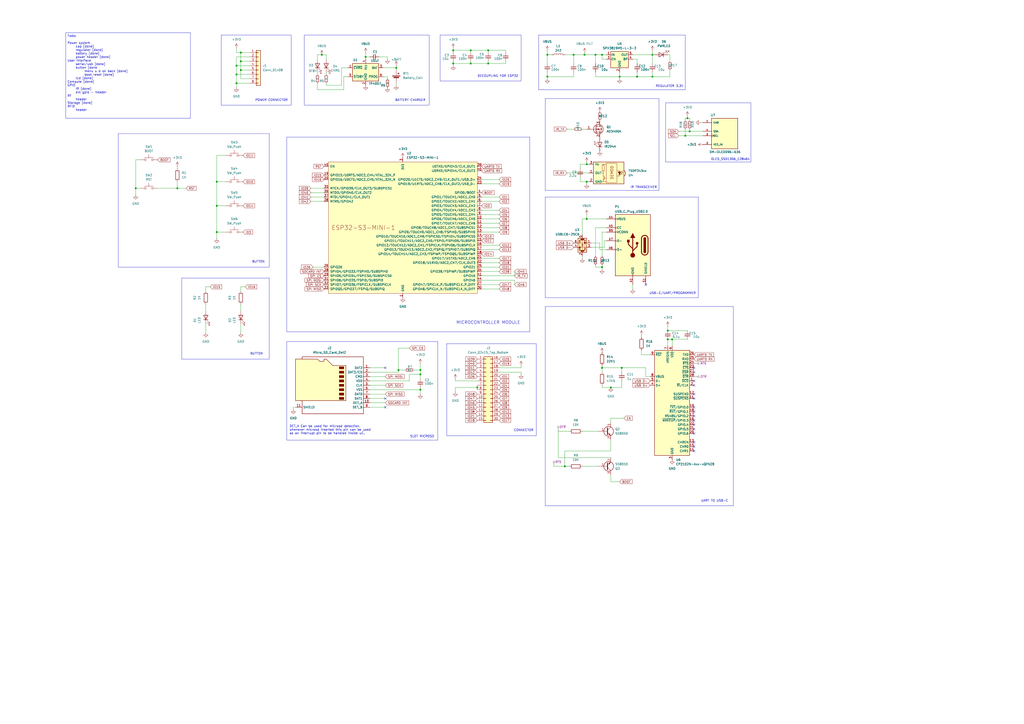
<source format=kicad_sch>
(kicad_sch (version 20231120) (generator "eeschema") (generator_version "8.0")
  (paper "A2")
  (junction (at 332.74 31.75))
  (junction (at 137.16 38.1))
  (junction (at 387.35 191.77))
  (junction (at 273.05 29.21))
  (junction (at 137.16 48.26))
  (junction (at 125.73 105.41))
  (junction (at 340.36 127))
  (junction (at 276.86 224.79))
  (junction (at 340.36 95.25))
  (junction (at 125.73 134.62))
  (junction (at 243.84 214.63))
  (junction (at 378.46 31.75))
  (junction (at 360.68 213.36))
  (junction (at 317.5 44.45))
  (junction (at 229.87 39.37))
  (junction (at 102.87 109.22))
  (junction (at 349.25 213.36))
  (junction (at 139.7 40.64))
  (junction (at 349.25 154.94))
  (junction (at 354.33 224.79))
  (junction (at 327.66 270.51))
  (junction (at 349.25 31.75))
  (junction (at 340.36 105.41))
  (junction (at 231.14 214.63))
  (junction (at 186.69 31.75))
  (junction (at 359.41 44.45))
  (junction (at 283.21 29.21))
  (junction (at 137.16 43.18))
  (junction (at 397.51 78.74))
  (junction (at 78.74 109.22))
  (junction (at 243.84 226.06))
  (junction (at 273.05 36.83))
  (junction (at 262.89 36.83))
  (junction (at 389.89 196.85))
  (junction (at 398.78 68.58))
  (junction (at 262.89 29.21))
  (junction (at 139.7 30.48))
  (junction (at 378.46 44.45))
  (junction (at 243.84 217.17))
  (junction (at 369.57 44.45))
  (junction (at 125.73 119.38))
  (junction (at 212.09 33.02))
  (junction (at 139.7 35.56))
  (junction (at 345.44 31.75))
  (junction (at 283.21 36.83))
  (junction (at 387.35 196.85))
  (junction (at 339.09 31.75))
  (junction (at 317.5 31.75))
  (junction (at 400.05 76.2))
  (no_connect (at 374.65 165.1))
  (no_connect (at 402.59 251.46))
  (no_connect (at 402.59 246.38))
  (no_connect (at 402.59 220.98))
  (no_connect (at 223.52 213.36))
  (no_connect (at 223.52 231.14))
  (no_connect (at 402.59 231.14))
  (no_connect (at 402.59 243.84))
  (no_connect (at 402.59 261.62))
  (no_connect (at 402.59 223.52))
  (no_connect (at 402.59 256.54))
  (no_connect (at 402.59 241.3))
  (no_connect (at 402.59 213.36))
  (no_connect (at 402.59 238.76))
  (no_connect (at 402.59 236.22))
  (no_connect (at 402.59 215.9))
  (no_connect (at 402.59 228.6))
  (no_connect (at 223.52 236.22))
  (no_connect (at 402.59 259.08))
  (no_connect (at 402.59 248.92))
  (wire (pts (xy 137.16 50.8) (xy 137.16 48.26)))
  (wire (pts (xy 387.35 196.85) (xy 389.89 196.85)))
  (wire (pts (xy 264.16 220.98) (xy 276.86 220.98)))
  (wire (pts (xy 347.98 140.97) (xy 347.98 144.78)))
  (wire (pts (xy 102.87 105.41) (xy 102.87 109.22)))
  (wire (pts (xy 361.95 242.57) (xy 354.33 242.57)))
  (wire (pts (xy 387.35 31.75) (xy 388.62 31.75)))
  (wire (pts (xy 393.7 76.2) (xy 400.05 76.2)))
  (wire (pts (xy 289.56 114.3) (xy 279.4 114.3)))
  (wire (pts (xy 347.98 144.78) (xy 351.79 144.78)))
  (wire (pts (xy 369.57 44.45) (xy 378.46 44.45)))
  (wire (pts (xy 224.79 33.02) (xy 224.79 34.29)))
  (wire (pts (xy 289.56 165.1) (xy 279.4 165.1)))
  (wire (pts (xy 289.56 149.86) (xy 279.4 149.86)))
  (wire (pts (xy 387.35 191.77) (xy 398.78 191.77)))
  (wire (pts (xy 378.46 41.91) (xy 378.46 44.45)))
  (wire (pts (xy 337.82 127) (xy 340.36 127)))
  (wire (pts (xy 349.25 212.09) (xy 349.25 213.36)))
  (wire (pts (xy 184.15 48.26) (xy 184.15 52.07)))
  (wire (pts (xy 351.79 132.08) (xy 345.44 132.08)))
  (wire (pts (xy 144.78 35.56) (xy 139.7 35.56)))
  (wire (pts (xy 337.82 250.19) (xy 346.71 250.19)))
  (wire (pts (xy 289.56 157.48) (xy 279.4 157.48)))
  (wire (pts (xy 332.74 31.75) (xy 339.09 31.75)))
  (wire (pts (xy 349.25 215.9) (xy 349.25 213.36)))
  (wire (pts (xy 137.16 48.26) (xy 144.78 48.26)))
  (wire (pts (xy 144.78 45.72) (xy 139.7 45.72)))
  (wire (pts (xy 289.56 215.9) (xy 302.26 215.9)))
  (wire (pts (xy 130.81 134.62) (xy 125.73 134.62)))
  (wire (pts (xy 387.35 189.23) (xy 387.35 191.77)))
  (wire (pts (xy 91.44 109.22) (xy 102.87 109.22)))
  (wire (pts (xy 78.74 92.71) (xy 78.74 109.22)))
  (wire (pts (xy 119.38 193.04) (xy 119.38 187.96)))
  (wire (pts (xy 359.41 41.91) (xy 359.41 44.45)))
  (wire (pts (xy 378.46 31.75) (xy 378.46 36.83)))
  (wire (pts (xy 264.16 227.33) (xy 264.16 224.79)))
  (wire (pts (xy 327.66 270.51) (xy 330.2 270.51)))
  (wire (pts (xy 180.34 114.3) (xy 187.96 114.3)))
  (wire (pts (xy 388.62 44.45) (xy 378.46 44.45)))
  (wire (pts (xy 393.7 78.74) (xy 397.51 78.74)))
  (wire (pts (xy 125.73 134.62) (xy 125.73 138.43)))
  (wire (pts (xy 283.21 36.83) (xy 293.37 36.83)))
  (wire (pts (xy 198.12 49.53) (xy 198.12 39.37)))
  (wire (pts (xy 377.19 218.44) (xy 374.65 218.44)))
  (wire (pts (xy 340.36 105.41) (xy 340.36 106.68)))
  (wire (pts (xy 367.03 34.29) (xy 369.57 34.29)))
  (wire (pts (xy 298.45 160.02) (xy 279.4 160.02)))
  (wire (pts (xy 289.56 129.54) (xy 279.4 129.54)))
  (wire (pts (xy 336.55 97.79) (xy 336.55 95.25)))
  (wire (pts (xy 184.15 52.07) (xy 199.39 52.07)))
  (wire (pts (xy 328.93 100.33) (xy 341.63 100.33)))
  (wire (pts (xy 317.5 44.45) (xy 317.5 45.72)))
  (wire (pts (xy 289.56 124.46) (xy 279.4 124.46)))
  (wire (pts (xy 222.25 39.37) (xy 229.87 39.37)))
  (wire (pts (xy 184.15 41.91) (xy 184.15 43.18)))
  (wire (pts (xy 144.78 40.64) (xy 139.7 40.64)))
  (wire (pts (xy 137.16 38.1) (xy 144.78 38.1)))
  (wire (pts (xy 223.52 233.68) (xy 214.63 233.68)))
  (wire (pts (xy 345.44 31.75) (xy 349.25 31.75)))
  (wire (pts (xy 262.89 36.83) (xy 262.89 38.1)))
  (wire (pts (xy 262.89 35.56) (xy 262.89 36.83)))
  (wire (pts (xy 389.89 200.66) (xy 389.89 196.85)))
  (wire (pts (xy 231.14 201.93) (xy 231.14 214.63)))
  (wire (pts (xy 332.74 41.91) (xy 332.74 44.45)))
  (wire (pts (xy 243.84 214.63) (xy 243.84 217.17)))
  (wire (pts (xy 398.78 67.31) (xy 398.78 68.58)))
  (wire (pts (xy 349.25 134.62) (xy 351.79 134.62)))
  (wire (pts (xy 345.44 132.08) (xy 345.44 148.59)))
  (wire (pts (xy 125.73 119.38) (xy 125.73 134.62)))
  (wire (pts (xy 372.11 205.74) (xy 377.19 205.74)))
  (wire (pts (xy 289.56 142.24) (xy 279.4 142.24)))
  (wire (pts (xy 350.52 143.51) (xy 350.52 139.7)))
  (wire (pts (xy 264.16 224.79) (xy 276.86 224.79)))
  (wire (pts (xy 214.63 215.9) (xy 231.14 215.9)))
  (wire (pts (xy 351.79 34.29) (xy 349.25 34.29)))
  (wire (pts (xy 262.89 29.21) (xy 262.89 30.48)))
  (wire (pts (xy 342.9 143.51) (xy 350.52 143.51)))
  (wire (pts (xy 340.36 95.25) (xy 341.63 95.25)))
  (wire (pts (xy 327.66 261.62) (xy 327.66 270.51)))
  (wire (pts (xy 223.52 213.36) (xy 214.63 213.36)))
  (wire (pts (xy 81.28 92.71) (xy 78.74 92.71)))
  (wire (pts (xy 354.33 279.4) (xy 359.41 279.4)))
  (wire (pts (xy 139.7 40.64) (xy 139.7 35.56)))
  (wire (pts (xy 273.05 29.21) (xy 283.21 29.21)))
  (wire (pts (xy 189.23 31.75) (xy 189.23 34.29)))
  (wire (pts (xy 273.05 36.83) (xy 262.89 36.83)))
  (wire (pts (xy 81.28 109.22) (xy 78.74 109.22)))
  (wire (pts (xy 398.78 68.58) (xy 400.05 68.58)))
  (wire (pts (xy 378.46 29.21) (xy 378.46 31.75)))
  (wire (pts (xy 283.21 35.56) (xy 283.21 36.83)))
  (wire (pts (xy 186.69 31.75) (xy 189.23 31.75)))
  (wire (pts (xy 397.51 69.85) (xy 397.51 68.58)))
  (wire (pts (xy 298.45 162.56) (xy 298.45 165.1)))
  (wire (pts (xy 289.56 104.14) (xy 279.4 104.14)))
  (wire (pts (xy 369.57 34.29) (xy 369.57 36.83)))
  (wire (pts (xy 273.05 36.83) (xy 283.21 36.83)))
  (wire (pts (xy 223.52 236.22) (xy 214.63 236.22)))
  (wire (pts (xy 289.56 106.68) (xy 279.4 106.68)))
  (wire (pts (xy 372.11 203.2) (xy 372.11 205.74)))
  (wire (pts (xy 119.38 180.34) (xy 119.38 176.53)))
  (wire (pts (xy 354.33 261.62) (xy 327.66 261.62)))
  (wire (pts (xy 400.05 68.58) (xy 400.05 69.85)))
  (wire (pts (xy 137.16 48.26) (xy 137.16 43.18)))
  (wire (pts (xy 130.81 119.38) (xy 125.73 119.38)))
  (wire (pts (xy 354.33 224.79) (xy 360.68 224.79)))
  (wire (pts (xy 349.25 31.75) (xy 351.79 31.75)))
  (wire (pts (xy 243.84 210.82) (xy 243.84 214.63)))
  (wire (pts (xy 229.87 48.26) (xy 229.87 49.53)))
  (wire (pts (xy 388.62 31.75) (xy 388.62 35.56)))
  (wire (pts (xy 137.16 38.1) (xy 137.16 33.02)))
  (wire (pts (xy 350.52 139.7) (xy 351.79 139.7)))
  (wire (pts (xy 400.05 74.93) (xy 400.05 76.2)))
  (wire (pts (xy 342.9 140.97) (xy 347.98 140.97)))
  (wire (pts (xy 360.68 224.79) (xy 360.68 220.98)))
  (wire (pts (xy 320.04 31.75) (xy 317.5 31.75)))
  (wire (pts (xy 400.05 76.2) (xy 407.67 76.2)))
  (wire (pts (xy 199.39 44.45) (xy 201.93 44.45)))
  (wire (pts (xy 289.56 116.84) (xy 279.4 116.84)))
  (wire (pts (xy 349.25 154.94) (xy 349.25 153.67)))
  (wire (pts (xy 323.85 250.19) (xy 323.85 265.43)))
  (wire (pts (xy 212.09 33.02) (xy 212.09 34.29)))
  (wire (pts (xy 317.5 41.91) (xy 317.5 44.45)))
  (wire (pts (xy 223.52 223.52) (xy 214.63 223.52)))
  (wire (pts (xy 332.74 31.75) (xy 332.74 36.83)))
  (wire (pts (xy 336.55 95.25) (xy 340.36 95.25)))
  (wire (pts (xy 223.52 218.44) (xy 214.63 218.44)))
  (wire (pts (xy 243.84 224.79) (xy 243.84 226.06)))
  (wire (pts (xy 102.87 96.52) (xy 102.87 97.79)))
  (wire (pts (xy 374.65 218.44) (xy 374.65 213.36)))
  (wire (pts (xy 139.7 30.48) (xy 139.7 35.56)))
  (wire (pts (xy 273.05 30.48) (xy 273.05 29.21)))
  (wire (pts (xy 273.05 29.21) (xy 262.89 29.21)))
  (wire (pts (xy 374.65 213.36) (xy 360.68 213.36)))
  (wire (pts (xy 340.36 124.46) (xy 340.36 127)))
  (wire (pts (xy 321.31 270.51) (xy 327.66 270.51)))
  (wire (pts (xy 180.34 109.22) (xy 187.96 109.22)))
  (wire (pts (xy 121.92 166.37) (xy 119.38 166.37)))
  (wire (pts (xy 397.51 68.58) (xy 398.78 68.58)))
  (wire (pts (xy 276.86 224.79) (xy 276.86 226.06)))
  (wire (pts (xy 360.68 215.9) (xy 360.68 213.36)))
  (wire (pts (xy 237.49 217.17) (xy 237.49 220.98)))
  (wire (pts (xy 339.09 30.48) (xy 339.09 31.75)))
  (wire (pts (xy 336.55 105.41) (xy 340.36 105.41)))
  (wire (pts (xy 78.74 109.22) (xy 78.74 113.03)))
  (wire (pts (xy 378.46 31.75) (xy 379.73 31.75)))
  (wire (pts (xy 317.5 31.75) (xy 317.5 36.83)))
  (wire (pts (xy 354.33 242.57) (xy 354.33 245.11)))
  (wire (pts (xy 283.21 29.21) (xy 293.37 29.21)))
  (wire (pts (xy 387.35 196.85) (xy 387.35 200.66)))
  (wire (pts (xy 139.7 45.72) (xy 139.7 40.64)))
  (wire (pts (xy 327.66 31.75) (xy 332.74 31.75)))
  (wire (pts (xy 137.16 27.94) (xy 137.16 30.48)))
  (wire (pts (xy 289.56 167.64) (xy 279.4 167.64)))
  (wire (pts (xy 273.05 36.83) (xy 273.05 35.56)))
  (wire (pts (xy 317.5 29.21) (xy 317.5 31.75)))
  (wire (pts (xy 223.52 231.14) (xy 214.63 231.14)))
  (wire (pts (xy 302.26 212.09) (xy 302.26 213.36)))
  (wire (pts (xy 340.36 93.98) (xy 340.36 95.25)))
  (wire (pts (xy 214.63 220.98) (xy 237.49 220.98)))
  (wire (pts (xy 125.73 90.17) (xy 125.73 105.41)))
  (wire (pts (xy 142.24 166.37) (xy 139.7 166.37)))
  (wire (pts (xy 262.89 27.94) (xy 262.89 29.21)))
  (wire (pts (xy 367.03 165.1) (xy 367.03 167.64)))
  (wire (pts (xy 139.7 193.04) (xy 139.7 187.96)))
  (wire (pts (xy 139.7 180.34) (xy 139.7 176.53)))
  (wire (pts (xy 337.82 270.51) (xy 346.71 270.51)))
  (wire (pts (xy 407.67 71.12) (xy 406.4 71.12)))
  (wire (pts (xy 317.5 44.45) (xy 332.74 44.45)))
  (wire (pts (xy 397.51 78.74) (xy 407.67 78.74)))
  (wire (pts (xy 302.26 213.36) (xy 289.56 213.36)))
  (wire (pts (xy 349.25 213.36) (xy 360.68 213.36)))
  (wire (pts (xy 349.25 224.79) (xy 349.25 223.52)))
  (wire (pts (xy 289.56 132.08) (xy 279.4 132.08)))
  (wire (pts (xy 289.56 144.78) (xy 279.4 144.78)))
  (wire (pts (xy 170.18 236.22) (xy 171.45 236.22)))
  (wire (pts (xy 229.87 39.37) (xy 229.87 40.64)))
  (wire (pts (xy 339.09 31.75) (xy 345.44 31.75)))
  (wire (pts (xy 289.56 127) (xy 279.4 127)))
  (wire (pts (xy 144.78 30.48) (xy 139.7 30.48)))
  (wire (pts (xy 189.23 49.53) (xy 198.12 49.53)))
  (wire (pts (xy 354.33 275.59) (xy 354.33 279.4)))
  (wire (pts (xy 389.89 196.85) (xy 398.78 196.85)))
  (wire (pts (xy 189.23 48.26) (xy 189.23 49.53)))
  (wire (pts (xy 237.49 201.93) (xy 231.14 201.93)))
  (wire (pts (xy 243.84 219.71) (xy 243.84 217.17)))
  (wire (pts (xy 359.41 44.45) (xy 369.57 44.45)))
  (wire (pts (xy 180.34 111.76) (xy 187.96 111.76)))
  (wire (pts (xy 102.87 109.22) (xy 107.95 109.22)))
  (wire (pts (xy 337.82 135.89) (xy 337.82 127)))
  (wire (pts (xy 345.44 41.91) (xy 345.44 44.45)))
  (wire (pts (xy 223.52 228.6) (xy 214.63 228.6)))
  (wire (pts (xy 243.84 228.6) (xy 243.84 226.06)))
  (wire (pts (xy 170.18 237.49) (xy 170.18 236.22)))
  (wire (pts (xy 276.86 223.52) (xy 276.86 224.79)))
  (wire (pts (xy 243.84 217.17) (xy 237.49 217.17)))
  (wire (pts (xy 369.57 41.91) (xy 369.57 44.45)))
  (wire (pts (xy 243.84 214.63) (xy 240.03 214.63)))
  (wire (pts (xy 298.45 157.48) (xy 298.45 160.02)))
  (wire (pts (xy 222.25 44.45) (xy 224.79 44.45)))
  (wire (pts (xy 198.12 39.37) (xy 201.93 39.37)))
  (wire (pts (xy 354.33 255.27) (xy 354.33 261.62)))
  (wire (pts (xy 345.44 44.45) (xy 359.41 44.45)))
  (wire (pts (xy 341.63 105.41) (xy 340.36 105.41)))
  (wire (pts (xy 181.61 154.94) (xy 187.96 154.94)))
  (wire (pts (xy 231.14 214.63) (xy 231.14 215.9)))
  (wire (pts (xy 293.37 35.56) (xy 293.37 36.83)))
  (wire (pts (xy 345.44 153.67) (xy 345.44 154.94)))
  (wire (pts (xy 289.56 121.92) (xy 279.4 121.92)))
  (wire (pts (xy 137.16 43.18) (xy 137.16 38.1)))
  (wire (pts (xy 388.62 40.64) (xy 388.62 44.45)))
  (wire (pts (xy 397.51 74.93) (xy 397.51 78.74)))
  (wire (pts (xy 137.16 33.02) (xy 144.78 33.02)))
  (wire (pts (xy 283.21 30.48) (xy 283.21 29.21)))
  (wire (pts (xy 224.79 44.45) (xy 224.79 45.72)))
  (wire (pts (xy 323.85 265.43) (xy 354.33 265.43)))
  (wire (pts (xy 234.95 214.63) (xy 231.14 214.63)))
  (wire (pts (xy 139.7 166.37) (xy 139.7 168.91)))
  (wire (pts (xy 302.26 215.9) (xy 302.26 217.17)))
  (wire (pts (xy 289.56 152.4) (xy 279.4 152.4)))
  (wire (pts (xy 264.16 219.71) (xy 264.16 220.98)))
  (wire (pts (xy 349.25 34.29) (xy 349.25 31.75)))
  (wire (pts (xy 349.25 224.79) (xy 354.33 224.79)))
  (wire (pts (xy 298.45 162.56) (xy 279.4 162.56)))
  (wire (pts (xy 337.82 74.93) (xy 340.36 74.93)))
  (wire (pts (xy 212.09 30.48) (xy 212.09 33.02)))
  (wire (pts (xy 119.38 166.37) (xy 119.38 168.91)))
  (wire (pts (xy 349.25 148.59) (xy 349.25 134.62)))
  (wire (pts (xy 219.71 33.02) (xy 224.79 33.02)))
  (wire (pts (xy 328.93 74.93) (xy 332.74 74.93)))
  (wire (pts (xy 289.56 154.94) (xy 279.4 154.94)))
  (wire (pts (xy 214.63 33.02) (xy 212.09 33.02)))
  (wire (pts (xy 184.15 31.75) (xy 184.15 34.29)))
  (wire (pts (xy 137.16 30.48) (xy 139.7 30.48)))
  (wire (pts (xy 336.55 102.87) (xy 336.55 105.41)))
  (wire (pts (xy 359.41 44.45) (xy 359.41 45.72)))
  (wire (pts (xy 214.63 226.06) (xy 243.84 226.06)))
  (wire (pts (xy 340.36 127) (xy 351.79 127)))
  (wire (pts (xy 289.56 134.62) (xy 279.4 134.62)))
  (wire (pts (xy 323.85 250.19) (xy 330.2 250.19)))
  (wire (pts (xy 372.11 194.31) (xy 372.11 195.58)))
  (wire (pts (xy 293.37 30.48) (xy 293.37 29.21)))
  (wire (pts (xy 180.34 116.84) (xy 187.96 116.84)))
  (wire (pts (xy 125.73 105.41) (xy 125.73 119.38)))
  (wire (pts (xy 345.44 31.75) (xy 345.44 36.83)))
  (wire (pts (xy 186.69 31.75) (xy 184.15 31.75)))
  (wire (pts (xy 345.44 154.94) (xy 349.25 154.94)))
  (wire (pts (xy 367.03 31.75) (xy 378.46 31.75)))
  (wire (pts (xy 349.25 154.94) (xy 349.25 156.21)))
  (wire (pts (xy 130.81 105.41) (xy 125.73 105.41)))
  (wire (pts (xy 199.39 52.07) (xy 199.39 44.45)))
  (wire (pts (xy 229.87 38.1) (xy 229.87 39.37)))
  (wire (pts (xy 130.81 90.17) (xy 125.73 90.17)))
  (wire (pts (xy 189.23 41.91) (xy 189.23 43.18)))
  (wire (pts (xy 137.16 43.18) (xy 144.78 43.18)))
  (wire (pts (xy 337.82 148.59) (xy 337.82 149.86)))
  (rectangle (start 316.23 57.15) (end 382.27 110.49))
  (rectangle (start 166.37 79.502) (end 307.34 192.532))
  (rectangle (start 166.37 198.12) (end 254 255.27))
  (rectangle (start 128.27 20.32) (end 168.91 60.96))
  (rectangle (start 105.41 161.29) (end 156.21 208.28))
  (rectangle (start 255.27 20.32) (end 302.26 46.99))
  (rectangle (start 312.42 20.32) (end 397.51 52.07))
  (rectangle (start 316.23 177.8) (end 425.45 293.37))
  (rectangle (start 176.53 20.32) (end 248.92 60.96))
  (rectangle (start 316.23 114.3) (end 405.13 172.72))
  (rectangle (start 259.08 199.39) (end 311.15 252.73))
  (rectangle (start 68.58 77.47) (end 156.21 154.94))
  (rectangle (start 386.08 59.69) (end 435.61 93.98))
  (text_box "Todo:\n\nPower system\n	cap [done]\n	regulator [done]\n	battery [done]\n	power header [done]\nUser interface\n	serial/usb [done]\n	button [done\n		menu u d ok back [done]\n		boot reset [done]\n	lcd [done]\nCompute [done[\nGPIO\n	IR [done]\n	ext gpio - header\nRF\n	header\nStorage [done]\nRFID\n	header\n" (at 38.1 19.05 0) (size 72.39 49.53) (effects (font (size 1.27 1.27)) (justify left top)))
  (text "POWER CONNECTOR" (at 157.48 58.166 0) (effects (font (size 1.27 1.27))))
  (text "IR TRANSCEIVER" (at 373.38 108.712 0) (effects (font (size 1.27 1.27))))
  (text "USB-C/UART/PROGRAMMER" (at 390.144 170.18 0) (effects (font (size 1.27 1.27))))
  (text "CONNECTOR" (at 303.784 249.682 0) (effects (font (size 1.27 1.27))))
  (text "BUTTON" (at 148.844 205.232 0) (effects (font (size 1.27 1.27))))
  (text "UART TO USB-C" (at 414.528 290.576 0) (effects (font (size 1.27 1.27))))
  (text "MICROCONTROLLER MODULE" (at 283.21 187.198 0) (effects (font (size 1.778 1.778))))
  (text "BATTERY CHARGER" (at 237.998 58.166 0) (effects (font (size 1.27 1.27))))
  (text "OLED_SSD1306_128x64" (at 423.672 92.456 0) (effects (font (size 1.27 1.27))))
  (text "DECOUPLING FOR ESP32" (at 288.798 44.196 0) (effects (font (size 1.27 1.27))))
  (text "REGULATOR 3.3V" (at 388.366 50.038 0) (effects (font (size 1.27 1.27))))
  (text "BUTTON" (at 149.86 151.892 0) (effects (font (size 1.27 1.27))))
  (text "DET_A Can be used for microsd detection, \nwhenever microsd inserted this pin can be used \nas an interrupt pin to be handled inside uC." (at 167.894 249.428 0) (effects (font (size 1.27 1.27)) (justify left)))
  (text "SLOT MICROSD" (at 244.856 253.238 0) (effects (font (size 1.27 1.27))))
  (global_label "IO7" (shape input) (at 289.56 129.54 0) (property "Intersheetrefs" "${INTERSHEET_REFS}" (effects (hide yes))))
  (global_label "IO40" (shape input) (at 276.86 210.82 180) (property "Intersheetrefs" "${INTERSHEET_REFS}" (effects (hide yes))))
  (global_label "IO47" (shape input) (at 276.86 231.14 180) (property "Intersheetrefs" "${INTERSHEET_REFS}" (effects (hide yes))))
  (global_label "EN" (shape input) (at 361.95 242.57 0) (property "Intersheetrefs" "${INTERSHEET_REFS}" (effects (hide yes))))
  (global_label "UART0 TX" (shape input) (at 279.4 96.52 0) (property "Intersheetrefs" "${INTERSHEET_REFS}" (effects (hide yes))))
  (global_label "IO16" (shape input) (at 142.24 166.37 0) (property "Intersheetrefs" "${INTERSHEET_REFS}" (effects (hide yes))))
  (global_label "USB D+" (shape input) (at 377.19 223.52 180) (property "Intersheetrefs" "${INTERSHEET_REFS}" (effects (hide yes))))
  (global_label "IO41" (shape input) (at 276.86 213.36 180) (property "Intersheetrefs" "${INTERSHEET_REFS}" (effects (hide yes))))
  (global_label "UART0 TX" (shape input) (at 402.59 205.74 0) (property "Intersheetrefs" "${INTERSHEET_REFS}" (effects (hide yes))))
  (global_label "IO6" (shape input) (at 289.56 228.6 0) (property "Intersheetrefs" "${INTERSHEET_REFS}" (effects (hide yes))))
  (global_label "IO26" (shape input) (at 276.86 218.44 180) (property "Intersheetrefs" "${INTERSHEET_REFS}" (effects (hide yes))))
  (global_label "IO9" (shape input) (at 289.56 134.62 0) (property "Intersheetrefs" "${INTERSHEET_REFS}" (effects (hide yes))))
  (global_label "IO46" (shape input) (at 276.86 233.68 180) (property "Intersheetrefs" "${INTERSHEET_REFS}" (effects (hide yes))))
  (global_label "SDCARD INT" (shape input) (at 187.96 157.48 180) (property "Intersheetrefs" "${INTERSHEET_REFS}" (effects (hide yes))))
  (global_label "SPI MISO" (shape input) (at 187.96 167.64 180) (property "Intersheetrefs" "${INTERSHEET_REFS}" (effects (hide yes))))
  (global_label "IO19" (shape input) (at 289.56 210.82 0) (property "Intersheetrefs" "${INTERSHEET_REFS}" (effects (hide yes))))
  (global_label "IO21" (shape input) (at 289.56 154.94 0) (property "Intersheetrefs" "${INTERSHEET_REFS}" (effects (hide yes))))
  (global_label "IO45" (shape input) (at 276.86 236.22 180) (property "Intersheetrefs" "${INTERSHEET_REFS}" (effects (hide yes))))
  (global_label "SDCARD INT" (shape input) (at 223.52 233.68 0) (property "Intersheetrefs" "${INTERSHEET_REFS}" (effects (hide yes))))
  (global_label "USB D-" (shape input) (at 332.74 143.51 180) (property "Intersheetrefs" "${INTERSHEET_REFS}" (effects (hide yes))))
  (global_label "IO6" (shape input) (at 289.56 127 0) (property "Intersheetrefs" "${INTERSHEET_REFS}" (effects (hide yes))))
  (global_label "SPI SCK" (shape input) (at 223.52 223.52 0) (property "Intersheetrefs" "${INTERSHEET_REFS}" (effects (hide yes))))
  (global_label "IO40" (shape input) (at 180.34 111.76 180) (property "Intersheetrefs" "${INTERSHEET_REFS}" (effects (hide yes))))
  (global_label "SPI CS" (shape input) (at 187.96 160.02 180) (property "Intersheetrefs" "${INTERSHEET_REFS}" (effects (hide yes))))
  (global_label "IO45" (shape input) (at 298.45 157.48 0) (property "Intersheetrefs" "${INTERSHEET_REFS}" (effects (hide yes))))
  (global_label "BOOT" (shape input) (at 91.44 92.71 0) (property "Intersheetrefs" "${INTERSHEET_REFS}" (effects (hide yes))))
  (global_label "IO1" (shape input) (at 289.56 218.44 0) (property "Intersheetrefs" "${INTERSHEET_REFS}" (effects (hide yes))))
  (global_label "UART0 RX" (shape input) (at 402.59 208.28 0) (property "Intersheetrefs" "${INTERSHEET_REFS}" (effects (hide yes))))
  (global_label "IO17" (shape input) (at 289.56 149.86 0) (property "Intersheetrefs" "${INTERSHEET_REFS}" (effects (hide yes))))
  (global_label "IO48" (shape input) (at 289.56 167.64 0) (property "Intersheetrefs" "${INTERSHEET_REFS}" (effects (hide yes))))
  (global_label "IO9" (shape input) (at 289.56 236.22 0) (property "Intersheetrefs" "${INTERSHEET_REFS}" (effects (hide yes))))
  (global_label "IO2" (shape input) (at 289.56 116.84 0) (property "Intersheetrefs" "${INTERSHEET_REFS}" (effects (hide yes))))
  (global_label "SPI CS" (shape input) (at 237.49 201.93 0) (property "Intersheetrefs" "${INTERSHEET_REFS}" (effects (hide yes))))
  (global_label "IO10" (shape input) (at 279.4 137.16 0) (property "Intersheetrefs" "${INTERSHEET_REFS}" (effects (hide yes))))
  (global_label "UART0 RX" (shape input) (at 279.4 99.06 0) (property "Intersheetrefs" "${INTERSHEET_REFS}" (effects (hide yes))))
  (global_label "IO12" (shape input) (at 289.56 142.24 0) (property "Intersheetrefs" "${INTERSHEET_REFS}" (effects (hide yes))))
  (global_label "IO1" (shape input) (at 289.56 114.3 0) (property "Intersheetrefs" "${INTERSHEET_REFS}" (effects (hide yes))))
  (global_label "RST" (shape input) (at 107.95 109.22 0) (property "Intersheetrefs" "${INTERSHEET_REFS}" (effects (hide yes))))
  (global_label "IO4" (shape input) (at 289.56 121.92 0) (property "Intersheetrefs" "${INTERSHEET_REFS}" (effects (hide yes))))
  (global_label "IO26" (shape input) (at 181.61 154.94 180) (property "Intersheetrefs" "${INTERSHEET_REFS}" (effects (hide yes))))
  (global_label "SCL" (shape input) (at 393.7 78.74 180) (property "Intersheetrefs" "${INTERSHEET_REFS}" (effects (hide yes))))
  (global_label "IR_TX" (shape input) (at 328.93 74.93 180) (property "Intersheetrefs" "${INTERSHEET_REFS}" (effects (hide yes))))
  (global_label "IO20" (shape input) (at 289.56 104.14 0) (property "Intersheetrefs" "${INTERSHEET_REFS}" (effects (hide yes))))
  (global_label "IO41" (shape input) (at 180.34 114.3 180) (property "Intersheetrefs" "${INTERSHEET_REFS}" (effects (hide yes))))
  (global_label "IO11" (shape input) (at 140.97 90.17 0) (property "Intersheetrefs" "${INTERSHEET_REFS}" (effects (hide yes))))
  (global_label "IO47" (shape input) (at 289.56 165.1 0) (property "Intersheetrefs" "${INTERSHEET_REFS}" (effects (hide yes))))
  (global_label "SPI MISO" (shape input) (at 223.52 228.6 0) (property "Intersheetrefs" "${INTERSHEET_REFS}" (effects (hide yes))))
  (global_label "IO12" (shape input) (at 289.56 238.76 0) (property "Intersheetrefs" "${INTERSHEET_REFS}" (effects (hide yes))))
  (global_label "IO46" (shape input) (at 298.45 165.1 0) (property "Intersheetrefs" "${INTERSHEET_REFS}" (effects (hide yes))))
  (global_label "IO13" (shape input) (at 289.56 241.3 0) (property "Intersheetrefs" "${INTERSHEET_REFS}" (effects (hide yes))))
  (global_label "IO17" (shape input) (at 289.56 243.84 0) (property "Intersheetrefs" "${INTERSHEET_REFS}" (effects (hide yes))))
  (global_label "IO3" (shape input) (at 279.4 119.38 0) (property "Intersheetrefs" "${INTERSHEET_REFS}" (effects (hide yes))))
  (global_label "USB D-" (shape input) (at 377.19 220.98 180) (property "Intersheetrefs" "${INTERSHEET_REFS}" (effects (hide yes))))
  (global_label "IO5" (shape input) (at 289.56 124.46 0) (property "Intersheetrefs" "${INTERSHEET_REFS}" (effects (hide yes))))
  (global_label "IO15" (shape input) (at 187.96 101.6 180) (property "Intersheetrefs" "${INTERSHEET_REFS}" (effects (hide yes))))
  (global_label "IO42" (shape input) (at 180.34 116.84 180) (property "Intersheetrefs" "${INTERSHEET_REFS}" (effects (hide yes))))
  (global_label "IO8" (shape input) (at 289.56 233.68 0) (property "Intersheetrefs" "${INTERSHEET_REFS}" (effects (hide yes))))
  (global_label "IO16" (shape input) (at 187.96 104.14 180) (property "Intersheetrefs" "${INTERSHEET_REFS}" (effects (hide yes))))
  (global_label "IO21" (shape input) (at 276.86 241.3 180) (property "Intersheetrefs" "${INTERSHEET_REFS}" (effects (hide yes))))
  (global_label "IO14" (shape input) (at 279.4 147.32 0) (property "Intersheetrefs" "${INTERSHEET_REFS}" (effects (hide yes))))
  (global_label "IO42" (shape input) (at 276.86 215.9 180) (property "Intersheetrefs" "${INTERSHEET_REFS}" (effects (hide yes))))
  (global_label "IO38" (shape input) (at 289.56 157.48 0) (property "Intersheetrefs" "${INTERSHEET_REFS}" (effects (hide yes))))
  (global_label "IO3" (shape input) (at 140.97 134.62 0) (property "Intersheetrefs" "${INTERSHEET_REFS}" (effects (hide yes))))
  (global_label "IO39" (shape input) (at 180.34 109.22 180) (property "Intersheetrefs" "${INTERSHEET_REFS}" (effects (hide yes))))
  (global_label "IO5" (shape input) (at 289.56 226.06 0) (property "Intersheetrefs" "${INTERSHEET_REFS}" (effects (hide yes))))
  (global_label "IO10" (shape input) (at 140.97 105.41 0) (property "Intersheetrefs" "${INTERSHEET_REFS}" (effects (hide yes))))
  (global_label "IR_TX" (shape input) (at 298.45 160.02 0) (property "Intersheetrefs" "${INTERSHEET_REFS}" (effects (hide yes))))
  (global_label "IO14" (shape input) (at 140.97 119.38 0) (property "Intersheetrefs" "${INTERSHEET_REFS}" (effects (hide yes))))
  (global_label "BOOT" (shape input) (at 279.4 111.76 0) (property "Intersheetrefs" "${INTERSHEET_REFS}" (effects (hide yes))))
  (global_label "BOOT" (shape input) (at 359.41 279.4 0) (property "Intersheetrefs" "${INTERSHEET_REFS}" (effects (hide yes))))
  (global_label "IO48" (shape input) (at 276.86 228.6 180) (property "Intersheetrefs" "${INTERSHEET_REFS}" (effects (hide yes))))
  (global_label "IO18" (shape input) (at 289.56 152.4 0) (property "Intersheetrefs" "${INTERSHEET_REFS}" (effects (hide yes))))
  (global_label "USB D+" (shape input) (at 332.74 140.97 180) (property "Intersheetrefs" "${INTERSHEET_REFS}" (effects (hide yes))))
  (global_label "IO20" (shape input) (at 289.56 208.28 0) (property "Intersheetrefs" "${INTERSHEET_REFS}" (effects (hide yes))))
  (global_label "IO11" (shape input) (at 279.4 139.7 0) (property "Intersheetrefs" "${INTERSHEET_REFS}" (effects (hide yes))))
  (global_label "SPI MOSI" (shape input) (at 223.52 218.44 0) (property "Intersheetrefs" "${INTERSHEET_REFS}" (effects (hide yes))))
  (global_label "IO39" (shape input) (at 276.86 208.28 180) (property "Intersheetrefs" "${INTERSHEET_REFS}" (effects (hide yes))))
  (global_label "IO13" (shape input) (at 289.56 144.78 0) (property "Intersheetrefs" "${INTERSHEET_REFS}" (effects (hide yes))))
  (global_label "IO4" (shape input) (at 289.56 223.52 0) (property "Intersheetrefs" "${INTERSHEET_REFS}" (effects (hide yes))))
  (global_label "IO18" (shape input) (at 276.86 243.84 180) (property "Intersheetrefs" "${INTERSHEET_REFS}" (effects (hide yes))))
  (global_label "SPI SCK" (shape input) (at 187.96 165.1 180) (property "Intersheetrefs" "${INTERSHEET_REFS}" (effects (hide yes))))
  (global_label "IO2" (shape input) (at 289.56 220.98 0) (property "Intersheetrefs" "${INTERSHEET_REFS}" (effects (hide yes))))
  (global_label "IO15" (shape input) (at 121.92 166.37 0) (property "Intersheetrefs" "${INTERSHEET_REFS}" (effects (hide yes))))
  (global_label "IO19" (shape input) (at 289.56 106.68 0) (property "Intersheetrefs" "${INTERSHEET_REFS}" (effects (hide yes))))
  (global_label "SDA" (shape input) (at 393.7 76.2 180) (property "Intersheetrefs" "${INTERSHEET_REFS}" (effects (hide yes))))
  (global_label "RST" (shape input) (at 187.96 96.52 180) (property "Intersheetrefs" "${INTERSHEET_REFS}" (effects (hide yes))))
  (global_label "IO38" (shape input) (at 276.86 238.76 180) (property "Intersheetrefs" "${INTERSHEET_REFS}" (effects (hide yes))))
  (global_label "IO8" (shape input) (at 289.56 132.08 0) (property "Intersheetrefs" "${INTERSHEET_REFS}" (effects (hide yes))))
  (global_label "IO7" (shape input) (at 289.56 231.14 0) (property "Intersheetrefs" "${INTERSHEET_REFS}" (effects (hide yes))))
  (global_label "SPI MOSI" (shape input) (at 187.96 162.56 180) (property "Intersheetrefs" "${INTERSHEET_REFS}" (effects (hide yes))))
  (global_label "IR_RX" (shape input) (at 328.93 100.33 180) (property "Intersheetrefs" "${INTERSHEET_REFS}" (effects (hide yes))))
  (netclass_flag "" (length 2.54) (shape round) (at 323.85 250.19 0) (property "Netclass" "DTR" (at 324.5485 247.65 0) (effects (font (italic yes)) (justify left))))
  (netclass_flag "" (length 2.54) (shape round) (at 321.31 270.51 0) (property "Netclass" "RTS" (at 322.0085 267.97 0) (effects (font (italic yes)) (justify left))))
  (netclass_flag "" (length 2.54) (shape round) (at 402.59 218.44 270) (property "Netclass" "DTR" (at 406.146 218.44 0) (effects (font (italic yes)) (justify left))))
  (netclass_flag "" (length 2.54) (shape round) (at 402.59 210.82 270) (property "Netclass" "RTS" (at 406.146 210.82 0) (effects (font (italic yes)) (justify left))))
  (symbol (lib_id "power:GND") (at 229.87 49.53 0) (mirror y) (unit 1)
    (property "Reference" "#PWR015" (effects (hide yes)))
    (property "Value" "GND" (effects (hide yes)))
    (property "Description" "Power symbol creates a global label with name \"GND\" , ground" (effects (hide yes)))
  )
  (symbol (lib_id "Connector:USB_C_Plug_USB2.0") (at 367.03 142.24 0) (mirror y) (unit 1)
    (property "Reference" "P1" (at 356.616 119.888 0) (effects (justify right)))
    (property "Value" "USB_C_Plug_USB2.0" (at 356.616 122.682 0) (effects (justify right)))
    (property "Footprint" "Connector_USB:USB_C_Receptacle_GCT_USB4105-xx-A_16P_TopMnt_Horizontal" (effects (hide yes)))
    (property "Datasheet" "https://www.usb.org/sites/default/files/documents/usb_type-c.zip" (effects (hide yes)))
    (property "Description" "USB 2.0-only Type-C Plug connector" (effects (hide yes)))
  )
  (symbol (lib_id "Switch:SW_Push") (at 86.36 92.71 0) (unit 1)
    (property "Reference" "SW1" (at 86.36 85.09 0))
    (property "Value" "BOOT" (at 86.36 87.63 0))
    (property "Footprint" "Button_Switch_SMD:SW_SPST_Omron_B3FS-105xP" (effects (hide yes)))
    (property "Description" "Push button switch, generic, two pins" (effects (hide yes)))
  )
  (symbol (lib_id "Device:LED") (at 139.7 184.15 90) (unit 1)
    (property "Reference" "D2" (at 133.35 185.7375 0))
    (property "Value" "LED" (at 135.89 185.7375 0))
    (property "Footprint" "LED_THT:LED_D3.0mm_IRBlack" (effects (hide yes)))
    (property "Description" "Light emitting diode" (effects (hide yes)))
  )
  (symbol (lib_id "power:GND") (at 340.36 106.68 0) (mirror y) (unit 1)
    (property "Reference" "#PWR031" (effects (hide yes)))
    (property "Value" "GND" (effects (hide yes)))
    (property "Description" "Power symbol creates a global label with name \"GND\" , ground" (effects (hide yes)))
  )
  (symbol (lib_id "Transistor_BJT:SS8050") (at 351.79 250.19 0) (unit 1)
    (property "Reference" "Q2" (at 356.87 248.9199 0) (effects (justify left)))
    (property "Value" "SS8050" (at 356.87 251.4599 0) (effects (justify left)))
    (property "Footprint" "Package_TO_SOT_THT:TO-247-3_Vertical" (effects (hide yes)))
    (property "Datasheet" "http://www.secosgmbh.com/datasheet/products/SSMPTransistor/SOT-23/SS8050.pdf" (effects (hide yes)))
    (property "Description" "General Purpose NPN Transistor, 1.5A Ic, 25V Vce, SOT-23" (effects (hide yes)))
  )
  (symbol (lib_id "power:+3V3") (at 387.35 189.23 0) (unit 1)
    (property "Reference" "#PWR042" (effects (hide yes)))
    (property "Value" "+3V3" (at 387.35 184.15 0))
    (property "Description" "Power symbol creates a global label with name \"+3V3\"" (effects (hide yes)))
  )
  (symbol (lib_id "Device:C_Small") (at 378.46 39.37 0) (mirror y) (unit 1)
    (property "Reference" "C13" (at 383.286 38.354 0) (effects (justify left)))
    (property "Value" "10u" (at 385.572 40.386 0) (effects (justify left)))
    (property "Footprint" "Resistor_SMD:R_0402_1005Metric_Pad0.72x0.64mm_HandSolder" (effects (hide yes)))
    (property "Description" "Unpolarized capacitor, small symbol" (effects (hide yes)))
  )
  (symbol (lib_id "power:+3V3") (at 233.68 91.44 0) (unit 1)
    (property "Reference" "#PWR016" (effects (hide yes)))
    (property "Value" "+3V3" (at 233.68 86.36 0))
    (property "Description" "Power symbol creates a global label with name \"+3V3\"" (effects (hide yes)))
  )
  (symbol (lib_id "Device:C_Small") (at 283.21 33.02 0) (unit 1)
    (property "Reference" "C5" (at 278.13 31.496 0) (effects (justify left)))
    (property "Value" "100n" (at 275.844 33.528 0) (effects (justify left)))
    (property "Footprint" "Capacitor_SMD:C_0402_1005Metric" (effects (hide yes)))
    (property "Description" "Unpolarized capacitor, small symbol" (effects (hide yes)))
  )
  (symbol (lib_id "Transistor_BJT:SS8050") (at 351.79 270.51 0) (mirror x) (unit 1)
    (property "Reference" "Q3" (at 356.87 271.7801 0) (effects (justify left)))
    (property "Value" "SS8050" (at 356.87 269.2401 0) (effects (justify left)))
    (property "Footprint" "Package_TO_SOT_THT:TO-247-3_Vertical" (effects (hide yes)))
    (property "Datasheet" "http://www.secosgmbh.com/datasheet/products/SSMPTransistor/SOT-23/SS8050.pdf" (effects (hide yes)))
    (property "Description" "General Purpose NPN Transistor, 1.5A Ic, 25V Vce, SOT-23" (effects (hide yes)))
  )
  (symbol (lib_id "power:GND") (at 212.09 49.53 0) (mirror y) (unit 1)
    (property "Reference" "#PWR011" (effects (hide yes)))
    (property "Value" "GND" (effects (hide yes)))
    (property "Description" "Power symbol creates a global label with name \"GND\" , ground" (effects (hide yes)))
  )
  (symbol (lib_id "Device:R_Small") (at 184.15 45.72 180) (unit 1)
    (property "Reference" "R4" (at 181.61 46.99 0))
    (property "Value" "1k" (at 184.15 45.72 90) (effects (font (size 0.762 0.762))))
    (property "Footprint" "Resistor_SMD:R_1206_3216Metric" (effects (hide yes)))
    (property "Description" "Resistor, small symbol" (effects (hide yes)))
  )
  (symbol (lib_id "power:GND") (at 119.38 193.04 0) (unit 1)
    (property "Reference" "#PWR03" (effects (hide yes)))
    (property "Value" "GND" (at 119.38 198.12 0))
    (property "Description" "Power symbol creates a global label with name \"GND\" , ground" (effects (hide yes)))
  )
  (symbol (lib_id "power:GND") (at 233.68 172.72 0) (unit 1)
    (property "Reference" "#PWR017" (effects (hide yes)))
    (property "Value" "GND" (at 233.68 177.8 0))
    (property "Description" "Power symbol creates a global label with name \"GND\" , ground" (effects (hide yes)))
  )
  (symbol (lib_id "Connector_Generic:Conn_02x15_Top_Bottom") (at 281.94 226.06 0) (unit 1)
    (property "Reference" "J3" (at 283.21 201.93 0))
    (property "Value" "Conn_02x15_Top_Bottom" (at 283.21 204.47 0))
    (property "Footprint" "Connector_PinHeader_2.54mm:PinHeader_2x15_P2.54mm_Vertical" (effects (hide yes)))
    (property "Description" "Generic connector, double row, 02x15, top/bottom pin numbering scheme (row 1: 1...pins_per_row, row2: pins_per_row+1 ... num_pins), script generated (kicad-library-utils/schlib/autogen/connector/)" (effects (hide yes)))
  )
  (symbol (lib_id "power:GND") (at 170.18 237.49 0) (unit 1)
    (property "Reference" "#PWR08" (effects (hide yes)))
    (property "Value" "GND" (at 170.18 242.57 0))
    (property "Description" "Power symbol creates a global label with name \"GND\" , ground" (effects (hide yes)))
  )
  (symbol (lib_id "Switch:SW_Push") (at 86.36 109.22 0) (unit 1)
    (property "Reference" "SW2" (at 86.36 101.6 0))
    (property "Value" "RST" (at 86.36 104.14 0))
    (property "Footprint" "Button_Switch_SMD:SW_SPST_Omron_B3FS-105xP" (effects (hide yes)))
    (property "Description" "Push button switch, generic, two pins" (effects (hide yes)))
  )
  (symbol (lib_id "Device:C_Small") (at 293.37 33.02 0) (unit 1)
    (property "Reference" "C6" (at 288.798 32.004 0) (effects (justify left)))
    (property "Value" "100n" (at 286.512 34.036 0) (effects (justify left)))
    (property "Footprint" "Capacitor_SMD:C_0402_1005Metric" (effects (hide yes)))
    (property "Description" "Unpolarized capacitor, small symbol" (effects (hide yes)))
  )
  (symbol (lib_id "power:GND") (at 317.5 45.72 0) (mirror y) (unit 1)
    (property "Reference" "#PWR027" (effects (hide yes)))
    (property "Value" "GND" (effects (hide yes)))
    (property "Description" "Power symbol creates a global label with name \"GND\" , ground" (effects (hide yes)))
  )
  (symbol (lib_id "Device:R_Small") (at 397.51 72.39 180) (unit 1)
    (property "Reference" "R18" (at 394.97 72.39 90))
    (property "Value" "4k7" (at 397.51 72.39 90) (effects (font (size 0.762 0.762))))
    (property "Footprint" "Resistor_SMD:R_1206_3216Metric" (effects (hide yes)))
    (property "Description" "Resistor, small symbol" (effects (hide yes)))
  )
  (symbol (lib_id "Device:R_Small") (at 237.49 214.63 90) (mirror x) (unit 1)
    (property "Reference" "R7" (at 237.744 212.852 90))
    (property "Value" "5k1" (at 237.49 214.63 90) (effects (font (size 0.762 0.762))))
    (property "Footprint" "Resistor_SMD:R_1206_3216Metric" (effects (hide yes)))
    (property "Description" "Resistor, small symbol" (effects (hide yes)))
  )
  (symbol (lib_id "power:VBUS") (at 339.09 30.48 0) (unit 1)
    (property "Reference" "#PWR029" (effects (hide yes)))
    (property "Value" "VBUS FILT" (at 339.09 25.4 0))
    (property "Description" "Power symbol creates a global label with name \"VBUS\"" (effects (hide yes)))
  )
  (symbol (lib_id "Device:R") (at 119.38 172.72 180) (unit 1)
    (property "Reference" "R2" (at 113.03 172.72 90))
    (property "Value" "1K" (at 115.57 172.72 90))
    (property "Footprint" "Resistor_SMD:R_1206_3216Metric" (effects (hide yes)))
    (property "Description" "Resistor" (effects (hide yes)))
  )
  (symbol (lib_id "power:+3V3") (at 398.78 67.31 0) (unit 1)
    (property "Reference" "#PWR044" (effects (hide yes)))
    (property "Value" "+3V3" (at 398.78 62.23 0))
    (property "Description" "Power symbol creates a global label with name \"+3V3\"" (effects (hide yes)))
  )
  (symbol (lib_id "power:GND") (at 359.41 45.72 0) (mirror y) (unit 1)
    (property "Reference" "#PWR038" (effects (hide yes)))
    (property "Value" "GND" (effects (hide yes)))
    (property "Description" "Power symbol creates a global label with name \"GND\" , ground" (effects (hide yes)))
  )
  (symbol (lib_id "power:GND") (at 337.82 149.86 0) (mirror y) (unit 1)
    (property "Reference" "#PWR028" (effects (hide yes)))
    (property "Value" "GND" (effects (hide yes)))
    (property "Description" "Power symbol creates a global label with name \"GND\" , ground" (effects (hide yes)))
  )
  (symbol (lib_id "PCM_Espressif:ESP32-S3-MINI-1") (at 233.68 132.08 0) (unit 1)
    (property "Reference" "U2" (at 235.8741 88.9 0) (effects (justify left)))
    (property "Value" "ESP32-S3-MINI-1" (at 235.8741 91.44 0) (effects (justify left)))
    (property "Footprint" "PCM_Espressif:ESP32-S3-MINI-1" (effects (hide yes)))
    (property "Datasheet" "https://www.espressif.com/sites/default/files/documentation/esp32-s3-mini-1_mini-1u_datasheet_en.pdf" (effects (hide yes)))
    (property "Description" "Smallsized module supporting 2.4 GHz WiFi (802.11 b/g/n) and Bluetooth ® 5 (LE) Built around ESP32S3 series of SoCs, Xtensa ® dualcore 32bit LX7 microprocessor Flash up to 8 MB, optional 2 MB PSRAM in chip package 39 GPIOs, rich set of peripherals Onboard PCB antenna or external antenna connector" (effects (hide yes)))
  )
  (symbol (lib_id "Device:R_Small") (at 400.05 72.39 180) (unit 1)
    (property "Reference" "R19" (at 401.828 72.136 90))
    (property "Value" "4k7" (at 400.05 72.39 90) (effects (font (size 0.762 0.762))))
    (property "Footprint" "Resistor_SMD:R_1206_3216Metric" (effects (hide yes)))
    (property "Description" "Resistor, small symbol" (effects (hide yes)))
  )
  (symbol (lib_id "power:GND") (at 224.79 50.8 0) (mirror y) (unit 1)
    (property "Reference" "#PWR013" (effects (hide yes)))
    (property "Value" "GND" (effects (hide yes)))
    (property "Description" "Power symbol creates a global label with name \"GND\" , ground" (effects (hide yes)))
  )
  (symbol (lib_id "power:GND") (at 243.84 228.6 0) (unit 1)
    (property "Reference" "#PWR019" (effects (hide yes)))
    (property "Value" "GND" (effects (hide yes)))
    (property "Description" "Power symbol creates a global label with name \"GND\" , ground" (effects (hide yes)))
  )
  (symbol (lib_id "Connector:Micro_SD_Card_Det2") (at 191.77 223.52 0) (mirror y) (unit 1)
    (property "Reference" "J2" (at 191.135 201.93 0))
    (property "Value" "Micro_SD_Card_Det2" (at 191.135 204.47 0))
    (property "Footprint" "Connector_Card:microSD_HC_Hirose_DM3BT-DSF-PEJS" (effects (hide yes)))
    (property "Datasheet" "https://www.hirose.com/en/product/document?clcode=&productname=&series=DM3&documenttype=Catalog&lang=en&documentid=D49662_en" (effects (hide yes)))
    (property "Description" "Micro SD Card Socket with two card detection pins" (effects (hide yes)))
  )
  (symbol (lib_id "Switch:SW_Push") (at 135.89 105.41 0) (unit 1)
    (property "Reference" "SW4" (at 135.89 97.79 0))
    (property "Value" "SW_Push" (at 135.89 100.33 0))
    (property "Footprint" "Button_Switch_SMD:SW_SPST_Omron_B3FS-105xP" (effects (hide yes)))
    (property "Description" "Push button switch, generic, two pins" (effects (hide yes)))
  )
  (symbol (lib_id "Power_Protection:USBLC6-2SC6") (at 337.82 140.97 0) (mirror y) (unit 1)
    (property "Reference" "U3" (at 336.1689 133.35 0) (effects (justify left)))
    (property "Value" "USBLC6-2SC6" (at 336.1689 135.89 0) (effects (justify left)))
    (property "Footprint" "Package_TO_SOT_SMD:SOT-23-6" (effects (hide yes)))
    (property "Datasheet" "https://www.st.com/resource/en/datasheet/usblc6-2.pdf" (effects (hide yes)))
    (property "Description" "Very low capacitance ESD protection diode, 2 data-line, SOT-23-6" (effects (hide yes)))
  )
  (symbol (lib_id "Transistor_FET:AO3400A") (at 345.44 74.93 0) (unit 1)
    (property "Reference" "Q1" (at 351.79 73.6599 0) (effects (justify left)))
    (property "Value" "AO3400A" (at 351.79 76.1999 0) (effects (justify left)))
    (property "Footprint" "Package_TO_SOT_THT:TO-247-3_Vertical" (effects (hide yes)))
    (property "Datasheet" "http://www.aosmd.com/pdfs/datasheet/AO3400A.pdf" (effects (hide yes)))
    (property "Description" "30V Vds, 5.7A Id, N-Channel MOSFET, SOT-23" (effects (hide yes)))
  )
  (symbol (lib_id "power:GND") (at 349.25 156.21 0) (mirror y) (unit 1)
    (property "Reference" "#PWR035" (effects (hide yes)))
    (property "Value" "GND" (effects (hide yes)))
    (property "Description" "Power symbol creates a global label with name \"GND\" , ground" (effects (hide yes)))
  )
  (symbol (lib_id "Device:C_Small") (at 360.68 218.44 0) (mirror y) (unit 1)
    (property "Reference" "C11" (at 367.538 217.17 0) (effects (justify left)))
    (property "Value" "1u" (at 366.268 219.71 0) (effects (justify left)))
    (property "Footprint" "Capacitor_SMD:C_0402_1005Metric" (effects (hide yes)))
    (property "Description" "Unpolarized capacitor, small symbol" (effects (hide yes)))
  )
  (symbol (lib_id "power:+3V3") (at 137.16 27.94 0) (unit 1)
    (property "Reference" "#PWR05" (effects (hide yes)))
    (property "Value" "+3V3" (at 137.16 22.86 0))
    (property "Description" "Power symbol creates a global label with name \"+3V3\"" (effects (hide yes)))
  )
  (symbol (lib_id "Device:R") (at 334.01 250.19 90) (unit 1)
    (property "Reference" "R8" (at 334.01 243.84 90))
    (property "Value" "10K" (at 334.01 246.38 90))
    (property "Footprint" "Resistor_SMD:R_1206_3216Metric" (effects (hide yes)))
    (property "Description" "Resistor" (effects (hide yes)))
  )
  (symbol (lib_id "power:+BATT") (at 229.87 38.1 0) (unit 1)
    (property "Reference" "#PWR014" (effects (hide yes)))
    (property "Value" "+BATT" (at 229.87 34.544 0))
    (property "Description" "Power symbol creates a global label with name \"+BATT\"" (effects (hide yes)))
  )
  (symbol (lib_id "power:+3V3") (at 372.11 194.31 0) (unit 1)
    (property "Reference" "#PWR040" (effects (hide yes)))
    (property "Value" "+3V3" (at 372.11 189.23 0))
    (property "Description" "Power symbol creates a global label with name \"+3V3\"" (effects (hide yes)))
  )
  (symbol (lib_id "power:VBUS") (at 317.5 29.21 0) (unit 1)
    (property "Reference" "#PWR026" (effects (hide yes)))
    (property "Value" "VBUS" (at 317.5 24.13 0))
    (property "Description" "Power symbol creates a global label with name \"VBUS\"" (effects (hide yes)))
  )
  (symbol (lib_id "Device:Battery_Cell") (at 229.87 45.72 0) (unit 1)
    (property "Reference" "BT1" (at 233.68 42.6084 0) (effects (justify left)))
    (property "Value" "Battery_Cell" (at 233.68 45.1484 0) (effects (justify left)))
    (property "Footprint" "Button_Switch_THT:SW_PUSH_6mm" (effects (hide yes)))
    (property "Description" "Single-cell battery" (effects (hide yes)))
  )
  (symbol (lib_id "power:GND") (at 262.89 38.1 0) (unit 1)
    (property "Reference" "#PWR021" (effects (hide yes)))
    (property "Value" "GND" (effects (hide yes)))
    (property "Description" "Power symbol creates a global label with name \"GND\" , ground" (effects (hide yes)))
  )
  (symbol (lib_id "Device:C_Small") (at 262.89 33.02 0) (unit 1)
    (property "Reference" "C3" (at 257.81 32.004 0) (effects (justify left)))
    (property "Value" "10u" (at 256.54 34.036 0) (effects (justify left)))
    (property "Footprint" "Resistor_SMD:R_0402_1005Metric_Pad0.72x0.64mm_HandSolder" (effects (hide yes)))
    (property "Description" "Unpolarized capacitor, small symbol" (effects (hide yes)))
  )
  (symbol (lib_id "Regulator_Linear:SPX3819M5-L-3-3") (at 359.41 34.29 0) (unit 1)
    (property "Reference" "U5" (at 359.41 25.4 0))
    (property "Value" "SPX3819M5-L-3-3" (at 359.41 27.94 0))
    (property "Footprint" "Package_TO_SOT_SMD:SOT-23-5" (effects (hide yes)))
    (property "Datasheet" "https://www.exar.com/content/document.ashx?id=22106&languageid=1033&type=Datasheet&partnumber=SPX3819&filename=SPX3819.pdf&part=SPX3819" (effects (hide yes)))
    (property "Description" "500mA Low drop-out regulator, Fixed Output 3.3V, SOT-23-5" (effects (hide yes)))
  )
  (symbol (lib_id "Device:R_Small") (at 189.23 45.72 180) (unit 1)
    (property "Reference" "R5" (at 186.69 46.99 0))
    (property "Value" "1k" (at 189.23 45.72 90) (effects (font (size 0.762 0.762))))
    (property "Footprint" "Resistor_SMD:R_1206_3216Metric" (effects (hide yes)))
    (property "Description" "Resistor, small symbol" (effects (hide yes)))
  )
  (symbol (lib_id "Device:C_Small") (at 345.44 39.37 0) (mirror y) (unit 1)
    (property "Reference" "C10" (at 350.266 38.354 0) (effects (justify left)))
    (property "Value" "10u" (at 352.552 40.386 0) (effects (justify left)))
    (property "Footprint" "Resistor_SMD:R_0402_1005Metric_Pad0.72x0.64mm_HandSolder" (effects (hide yes)))
    (property "Description" "Unpolarized capacitor, small symbol" (effects (hide yes)))
  )
  (symbol (lib_id "power:+3V3") (at 302.26 212.09 0) (unit 1)
    (property "Reference" "#PWR024" (effects (hide yes)))
    (property "Value" "+3V3" (at 302.26 207.01 0))
    (property "Description" "Power symbol creates a global label with name \"+3V3\"" (effects (hide yes)))
  )
  (symbol (lib_id "Switch:SW_Push") (at 135.89 119.38 0) (unit 1)
    (property "Reference" "SW5" (at 135.89 111.76 0))
    (property "Value" "SW_Push" (at 135.89 114.3 0))
    (property "Footprint" "Button_Switch_SMD:SW_SPST_Omron_B3FS-105xP" (effects (hide yes)))
    (property "Description" "Push button switch, generic, two pins" (effects (hide yes)))
  )
  (symbol (lib_id "power:VBUS") (at 349.25 204.47 0) (unit 1)
    (property "Reference" "#PWR036" (effects (hide yes)))
    (property "Value" "VBUS" (at 349.25 199.39 0))
    (property "Description" "Power symbol creates a global label with name \"VBUS\"" (effects (hide yes)))
  )
  (symbol (lib_id "Device:C_Small") (at 243.84 222.25 0) (unit 1)
    (property "Reference" "C2" (at 246.38 220.472 0) (effects (justify left)))
    (property "Value" "100n" (at 246.38 222.504 0) (effects (justify left)))
    (property "Footprint" "Capacitor_SMD:C_0402_1005Metric" (effects (hide yes)))
    (property "Description" "Unpolarized capacitor, small symbol" (effects (hide yes)))
  )
  (symbol (lib_id "Device:R_Small") (at 345.44 151.13 180) (unit 1)
    (property "Reference" "R11" (at 343.154 151.13 0))
    (property "Value" "5k1" (at 345.44 151.13 90) (effects (font (size 0.762 0.762))))
    (property "Footprint" "Resistor_SMD:R_1206_3216Metric" (effects (hide yes)))
    (property "Description" "Resistor, small symbol" (effects (hide yes)))
  )
  (symbol (lib_id "Device:R_Small") (at 347.98 67.31 180) (unit 1)
    (property "Reference" "R12" (at 350.266 67.31 0))
    (property "Value" "33" (at 347.98 67.31 90) (effects (font (size 0.762 0.762))))
    (property "Footprint" "Resistor_SMD:R_1206_3216Metric" (effects (hide yes)))
    (property "Description" "Resistor, small symbol" (effects (hide yes)))
  )
  (symbol (lib_id "Device:L") (at 323.85 31.75 90) (unit 1)
    (property "Reference" "L1" (at 323.85 26.67 90))
    (property "Value" "2n2" (at 323.85 29.21 90))
    (property "Footprint" "Inductor_SMD:L_0603_1608Metric" (effects (hide yes)))
    (property "Description" "Inductor" (effects (hide yes)))
  )
  (symbol (lib_id "Device:LED") (at 119.38 184.15 90) (unit 1)
    (property "Reference" "D1" (at 113.03 185.7375 0))
    (property "Value" "LED" (at 115.57 185.7375 0))
    (property "Footprint" "LED_THT:LED_D3.0mm_IRBlack" (effects (hide yes)))
    (property "Description" "Light emitting diode" (effects (hide yes)))
  )
  (symbol (lib_id "power:+3V3") (at 340.36 93.98 0) (unit 1)
    (property "Reference" "#PWR030" (effects (hide yes)))
    (property "Value" "+3V3" (at 340.36 88.9 0))
    (property "Description" "Power symbol creates a global label with name \"+3V3\"" (effects (hide yes)))
  )
  (symbol (lib_id "power:GND") (at 125.73 138.43 0) (unit 1)
    (property "Reference" "#PWR04" (effects (hide yes)))
    (property "Value" "GND" (at 125.73 143.51 0))
    (property "Description" "Power symbol creates a global label with name \"GND\" , ground" (effects (hide yes)))
  )
  (symbol (lib_id "power:GND") (at 367.03 167.64 0) (mirror y) (unit 1)
    (property "Reference" "#PWR039" (effects (hide yes)))
    (property "Value" "GND" (effects (hide yes)))
    (property "Description" "Power symbol creates a global label with name \"GND\" , ground" (effects (hide yes)))
  )
  (symbol (lib_id "power:VDD") (at 243.84 210.82 0) (mirror y) (unit 1)
    (property "Reference" "#PWR018" (effects (hide yes)))
    (property "Value" "+3V3" (at 243.84 205.74 0))
    (property "Description" "Power symbol creates a global label with name \"VDD\"" (effects (hide yes)))
  )
  (symbol (lib_id "Battery_Management:TP4057") (at 212.09 41.91 0) (unit 1)
    (property "Reference" "U1" (at 204.724 34.798 0) (effects (justify left)))
    (property "Value" "TP4057" (at 213.868 48.514 0) (effects (justify left)))
    (property "Footprint" "Package_TO_SOT_SMD:TSOT-23-6" (effects (hide yes)))
    (property "Datasheet" "http://toppwr.com/uploadfile/file/20230304/640302a47b738.pdf" (effects (hide yes)))
    (property "Description" "Constant-current/constant-voltage linear charger for single cell lithium-ion batteries with 2.9V Trickle Charge, 4.5V to 6.5V VDD, -40 to +85 degree Celsius, TSOT-23-5" (effects (hide yes)))
  )
  (symbol (lib_id "power:GND") (at 302.26 217.17 0) (unit 1)
    (property "Reference" "#PWR025" (effects (hide yes)))
    (property "Value" "GND" (at 302.26 222.25 0))
    (property "Description" "Power symbol creates a global label with name \"GND\" , ground" (effects (hide yes)))
  )
  (symbol (lib_id "Device:C_Small") (at 336.55 100.33 0) (mirror y) (unit 1)
    (property "Reference" "C9" (at 334.518 99.822 0) (effects (justify left)))
    (property "Value" "2.2u" (at 334.518 101.854 0) (effects (justify left)))
    (property "Footprint" "Capacitor_SMD:C_0402_1005Metric" (effects (hide yes)))
    (property "Description" "Unpolarized capacitor, small symbol" (effects (hide yes)))
  )
  (symbol (lib_id "power:GND") (at 389.89 266.7 0) (unit 1)
    (property "Reference" "#PWR043" (effects (hide yes)))
    (property "Value" "GND" (at 389.89 271.78 0))
    (property "Description" "Power symbol creates a global label with name \"GND\" , ground" (effects (hide yes)))
  )
  (symbol (lib_id "power:VBUS") (at 340.36 124.46 0) (unit 1)
    (property "Reference" "#PWR032" (effects (hide yes)))
    (property "Value" "VBUS" (at 340.36 119.38 0))
    (property "Description" "Power symbol creates a global label with name \"VBUS\"" (effects (hide yes)))
  )
  (symbol (lib_id "Device:C_Small") (at 387.35 194.31 0) (mirror y) (unit 1)
    (property "Reference" "C14" (at 393.7 193.294 0) (effects (justify left)))
    (property "Value" "0.1u" (at 394.462 195.326 0) (effects (justify left)))
    (property "Footprint" "Capacitor_SMD:C_0402_1005Metric" (effects (hide yes)))
    (property "Description" "Unpolarized capacitor, small symbol" (effects (hide yes)))
  )
  (symbol (lib_id "power:GND") (at 224.79 34.29 0) (mirror y) (unit 1)
    (property "Reference" "#PWR012" (effects (hide yes)))
    (property "Value" "GND" (effects (hide yes)))
    (property "Description" "Power symbol creates a global label with name \"GND\" , ground" (effects (hide yes)))
  )
  (symbol (lib_id "power:+3V3") (at 347.98 64.77 0) (mirror y) (unit 1)
    (property "Reference" "#PWR033" (effects (hide yes)))
    (property "Value" "+3V3" (at 347.98 59.69 0))
    (property "Description" "Power symbol creates a global label with name \"+3V3\"" (effects (hide yes)))
  )
  (symbol (lib_id "power:GND") (at 139.7 193.04 0) (unit 1)
    (property "Reference" "#PWR07" (effects (hide yes)))
    (property "Value" "GND" (at 139.7 198.12 0))
    (property "Description" "Power symbol creates a global label with name \"GND\" , ground" (effects (hide yes)))
  )
  (symbol (lib_id "power:+3V3") (at 407.67 83.82 90) (unit 1)
    (property "Reference" "#PWR046" (effects (hide yes)))
    (property "Value" "+3V3" (at 403.86 83.8199 90) (effects (justify left)))
    (property "Description" "Power symbol creates a global label with name \"+3V3\"" (effects (hide yes)))
  )
  (symbol (lib_id "power:+3V3") (at 378.46 29.21 0) (mirror y) (unit 1)
    (property "Reference" "#PWR041" (effects (hide yes)))
    (property "Value" "+3V3" (at 378.46 24.13 0))
    (property "Description" "Power symbol creates a global label with name \"+3V3\"" (effects (hide yes)))
  )
  (symbol (lib_id "Device:R") (at 102.87 101.6 0) (unit 1)
    (property "Reference" "R1" (at 105.41 100.3299 0) (effects (justify left)))
    (property "Value" "1K" (at 105.41 102.8699 0) (effects (justify left)))
    (property "Footprint" "Resistor_SMD:R_1206_3216Metric" (effects (hide yes)))
    (property "Description" "Resistor" (effects (hide yes)))
  )
  (symbol (lib_id "power:+3V3") (at 264.16 219.71 0) (unit 1)
    (property "Reference" "#PWR022" (effects (hide yes)))
    (property "Value" "+3V3" (at 264.16 214.63 0))
    (property "Description" "Power symbol creates a global label with name \"+3V3\"" (effects (hide yes)))
  )
  (symbol (lib_id "power:+3V3") (at 102.87 96.52 0) (unit 1)
    (property "Reference" "#PWR02" (effects (hide yes)))
    (property "Value" "+3V3" (at 102.87 91.44 0))
    (property "Description" "Power symbol creates a global label with name \"+3V3\"" (effects (hide yes)))
  )
  (symbol (lib_id "power:+3V3") (at 262.89 27.94 0) (unit 1)
    (property "Reference" "#PWR020" (effects (hide yes)))
    (property "Value" "+3V3" (at 262.89 22.86 0))
    (property "Description" "Power symbol creates a global label with name \"+3V3\"" (effects (hide yes)))
  )
  (symbol (lib_id "Device:R_Small") (at 335.28 74.93 270) (unit 1)
    (property "Reference" "R10" (at 335.28 72.644 0))
    (property "Value" "1k" (at 335.28 74.93 90) (effects (font (size 0.762 0.762))))
    (property "Footprint" "Resistor_SMD:R_1206_3216Metric" (effects (hide yes)))
    (property "Description" "Resistor, small symbol" (effects (hide yes)))
  )
  (symbol (lib_id "Device:R") (at 349.25 219.71 180) (unit 1)
    (property "Reference" "R15" (at 351.79 218.4399 0) (effects (justify right)))
    (property "Value" "47K5" (at 351.79 220.9799 0) (effects (justify right)))
    (property "Footprint" "Resistor_SMD:R_1206_3216Metric" (effects (hide yes)))
    (property "Description" "Resistor" (effects (hide yes)))
  )
  (symbol (lib_id "power:GND") (at 406.4 71.12 270) (unit 1)
    (property "Reference" "#PWR045" (effects (hide yes)))
    (property "Value" "GND" (effects (hide yes)))
    (property "Description" "Power symbol creates a global label with name \"GND\" , ground" (effects (hide yes)))
  )
  (symbol (lib_id "Device:C_Small") (at 369.57 39.37 0) (mirror y) (unit 1)
    (property "Reference" "C12" (at 374.396 38.354 0) (effects (justify left)))
    (property "Value" "100n" (at 376.682 40.386 0) (effects (justify left)))
    (property "Footprint" "Capacitor_SMD:C_0402_1005Metric" (effects (hide yes)))
    (property "Description" "Unpolarized capacitor, small symbol" (effects (hide yes)))
  )
  (symbol (lib_id "Switch:SW_Push") (at 135.89 134.62 0) (unit 1)
    (property "Reference" "SW6" (at 135.89 127 0))
    (property "Value" "SW_Push" (at 135.89 129.54 0))
    (property "Footprint" "Button_Switch_SMD:SW_SPST_Omron_B3FS-105xP" (effects (hide yes)))
    (property "Description" "Push button switch, generic, two pins" (effects (hide yes)))
  )
  (symbol (lib_id "Device:R") (at 334.01 270.51 90) (unit 1)
    (property "Reference" "R9" (at 334.01 264.16 90))
    (property "Value" "10K" (at 334.01 266.7 90))
    (property "Footprint" "Resistor_SMD:R_1206_3216Metric" (effects (hide yes)))
    (property "Description" "Resistor" (effects (hide yes)))
  )
  (symbol (lib_id "power:GND") (at 78.74 113.03 0) (unit 1)
    (property "Reference" "#PWR01" (effects (hide yes)))
    (property "Value" "GND" (at 78.74 118.11 0))
    (property "Description" "Power symbol creates a global label with name \"GND\" , ground" (effects (hide yes)))
  )
  (symbol (lib_id "power:GND") (at 354.33 224.79 0) (unit 1)
    (property "Reference" "#PWR037" (effects (hide yes)))
    (property "Value" "GND" (at 354.33 229.87 0))
    (property "Description" "Power symbol creates a global label with name \"GND\" , ground" (effects (hide yes)))
  )
  (symbol (lib_id "Device:R_Small") (at 349.25 151.13 180) (unit 1)
    (property "Reference" "R13" (at 351.536 151.13 0))
    (property "Value" "5k1" (at 349.25 151.13 90) (effects (font (size 0.762 0.762))))
    (property "Footprint" "Resistor_SMD:R_1206_3216Metric" (effects (hide yes)))
    (property "Description" "Resistor, small symbol" (effects (hide yes)))
  )
  (symbol (lib_id "Device:C_Small") (at 398.78 194.31 0) (mirror y) (unit 1)
    (property "Reference" "C15" (at 403.606 193.294 0) (effects (justify left)))
    (property "Value" "10u" (at 405.892 195.326 0) (effects (justify left)))
    (property "Footprint" "Resistor_SMD:R_0402_1005Metric_Pad0.72x0.64mm_HandSolder" (effects (hide yes)))
    (property "Description" "Unpolarized capacitor, small symbol" (effects (hide yes)))
  )
  (symbol (lib_id "Device:LED") (at 189.23 38.1 90) (unit 1)
    (property "Reference" "D4" (at 193.04 38.4174 90) (effects (justify right)))
    (property "Value" "CHRG" (at 191.77 40.894 90) (effects (justify right)))
    (property "Footprint" "LED_THT:LED_D3.0mm_IRBlack" (effects (hide yes)))
    (property "Description" "Light emitting diode" (effects (hide yes)))
  )
  (symbol (lib_id "Device:C_Small") (at 317.5 39.37 0) (mirror y) (unit 1)
    (property "Reference" "C7" (at 322.326 38.354 0) (effects (justify left)))
    (property "Value" "100n" (at 324.612 40.386 0) (effects (justify left)))
    (property "Footprint" "Capacitor_SMD:C_0402_1005Metric" (effects (hide yes)))
    (property "Description" "Unpolarized capacitor, small symbol" (effects (hide yes)))
  )
  (symbol (lib_id "power:GND") (at 137.16 50.8 0) (unit 1)
    (property "Reference" "#PWR06" (effects (hide yes)))
    (property "Value" "GND" (at 137.16 55.88 0))
    (property "Description" "Power symbol creates a global label with name \"GND\" , ground" (effects (hide yes)))
  )
  (symbol (lib_id "Device:R") (at 372.11 199.39 0) (unit 1)
    (property "Reference" "R16" (at 374.65 198.1199 0) (effects (justify left)))
    (property "Value" "1K" (at 374.65 200.6599 0) (effects (justify left)))
    (property "Footprint" "Resistor_SMD:R_1206_3216Metric" (effects (hide yes)))
    (property "Description" "Resistor" (effects (hide yes)))
  )
  (symbol (lib_id "Device:C_Small") (at 332.74 39.37 0) (mirror y) (unit 1)
    (property "Reference" "C8" (at 337.566 38.354 0) (effects (justify left)))
    (property "Value" "100n" (at 339.852 40.386 0) (effects (justify left)))
    (property "Footprint" "Capacitor_SMD:C_0402_1005Metric" (effects (hide yes)))
    (property "Description" "Unpolarized capacitor, small symbol" (effects (hide yes)))
  )
  (symbol (lib_id "Device:C_Small") (at 273.05 33.02 0) (unit 1)
    (property "Reference" "C4" (at 268.224 32.004 0) (effects (justify left)))
    (property "Value" "100n" (at 265.938 34.036 0) (effects (justify left)))
    (property "Footprint" "Capacitor_SMD:C_0402_1005Metric" (effects (hide yes)))
    (property "Description" "Unpolarized capacitor, small symbol" (effects (hide yes)))
  )
  (symbol (lib_id "power:GND") (at 264.16 227.33 0) (unit 1)
    (property "Reference" "#PWR023" (effects (hide yes)))
    (property "Value" "GND" (at 264.16 232.41 0))
    (property "Description" "Power symbol creates a global label with name \"GND\" , ground" (effects (hide yes)))
  )
  (symbol (lib_id "Device:LED") (at 383.54 31.75 180) (unit 1)
    (property "Reference" "D6" (at 385.1275 24.13 0))
    (property "Value" "PWRLED" (at 385.1275 26.67 0))
    (property "Footprint" "LED_THT:LED_D3.0mm_IRBlack" (effects (hide yes)))
    (property "Description" "Light emitting diode" (effects (hide yes)))
  )
  (symbol (lib_id "LED:IR204A") (at 347.98 82.55 90) (unit 1)
    (property "Reference" "D5" (at 350.52 82.4229 90) (effects (justify right)))
    (property "Value" "IR204A" (at 350.52 84.9629 90) (effects (justify right)))
    (property "Footprint" "LED_THT:LED_D3.0mm_IRBlack" (effects (hide yes)))
    (property "Datasheet" "http://www.everlight.com/file/ProductFile/IR204-A.pdf" (effects (hide yes)))
    (property "Description" "Infrared LED , 3mm LED package" (effects (hide yes)))
  )
  (symbol (lib_id "Connector_Generic:Conn_01x08") (at 149.86 38.1 0) (unit 1)
    (property "Reference" "J1" (at 152.4 38.0999 0) (effects (justify left)))
    (property "Value" "Conn_01x08" (at 152.4 40.6399 0) (effects (justify left)))
    (property "Footprint" "Connector_PinHeader_2.54mm:PinHeader_1x08_P2.54mm_Vertical" (effects (hide yes)))
    (property "Description" "Generic connector, single row, 01x08, script generated (kicad-library-utils/schlib/autogen/connector/)" (effects (hide yes)))
  )
  (symbol (lib_id "power:VBUS") (at 212.09 30.48 0) (unit 1)
    (property "Reference" "#PWR010" (effects (hide yes)))
    (property "Value" "VBUS" (at 212.09 25.4 0))
    (property "Description" "Power symbol creates a global label with name \"VBUS\"" (effects (hide yes)))
  )
  (symbol (lib_id "Interface_USB:CP2102N-Axx-xQFN28") (at 389.89 233.68 0) (unit 1)
    (property "Reference" "U6" (at 392.0841 266.7 0) (effects (justify left)))
    (property "Value" "CP2102N-Axx-xQFN28" (at 392.0841 269.24 0) (effects (justify left)))
    (property "Footprint" "Package_DFN_QFN:QFN-28-1EP_5x5mm_P0.5mm_EP3.35x3.35mm" (effects (hide yes)))
    (property "Datasheet" "https://www.silabs.com/documents/public/data-sheets/cp2102n-datasheet.pdf" (effects (hide yes)))
    (property "Description" "USB to UART master bridge, QFN-28" (effects (hide yes)))
  )
  (symbol (lib_id "power:VBUS") (at 186.69 31.75 0) (unit 1)
    (property "Reference" "#PWR09" (effects (hide yes)))
    (property "Value" "VBUS" (at 186.69 26.67 0))
    (property "Description" "Power symbol creates a global label with name \"VBUS\"" (effects (hide yes)))
  )
  (symbol (lib_id "Device:R_Small") (at 388.62 38.1 180) (unit 1)
    (property "Reference" "R17" (at 390.906 37.846 0))
    (property "Value" "5k1" (at 388.62 38.1 90) (effects (font (size 0.762 0.762))))
    (property "Footprint" "Resistor_SMD:R_1206_3216Metric" (effects (hide yes)))
    (property "Description" "Resistor, small symbol" (effects (hide yes)))
  )
  (symbol (lib_id "Device:LED") (at 184.15 38.1 90) (unit 1)
    (property "Reference" "D3" (at 179.07 37.846 90) (effects (justify right)))
    (property "Value" "STBY" (at 179.07 41.148 90) (effects (justify right)))
    (property "Footprint" "LED_THT:LED_D3.0mm_IRBlack" (effects (hide yes)))
    (property "Description" "Light emitting diode" (effects (hide yes)))
  )
  (symbol (lib_id "Device:C_Small") (at 217.17 33.02 90) (mirror x) (unit 1)
    (property "Reference" "C1" (at 218.948 29.972 90) (effects (justify left)))
    (property "Value" "10uF" (at 219.964 35.306 90) (effects (justify left)))
    (property "Footprint" "Capacitor_SMD:C_0402_1005Metric" (effects (hide yes)))
    (property "Description" "Unpolarized capacitor, small symbol" (effects (hide yes)))
  )
  (symbol (lib_id "DM-OLED096-636:DM-OLED096-636") (at 420.37 76.2 180) (unit 1)
    (property "Reference" "U7" (at 412.242 66.802 0) (effects (justify right)))
    (property "Value" "DM-OLED096-636" (at 411.48 88.138 0) (effects (justify right)))
    (property "Footprint" "Connector_PinSocket_2.54mm:PinSocket_1x04_P2.54mm_Vertical" (effects (hide yes)))
    (property "MF" "Display Module" (effects (hide yes)))
    (property "MAXIMUM_PACKAGE_HEIGHT" "11.3 mm" (effects (hide yes)))
    (property "Package" "Package" (effects (hide yes)))
    (property "Price" "None" (effects (hide yes)))
    (property "Check_prices" "https://www.snapeda.com/parts/DM-OLED096-636/Display+Module/view-part/?ref=eda" (effects (hide yes)))
    (property "STANDARD" "Manufacturer Recommendations" (effects (hide yes)))
    (property "PARTREV" "2018-09-10" (effects (hide yes)))
    (property "SnapEDA_Link" "https://www.snapeda.com/parts/DM-OLED096-636/Display+Module/view-part/?ref=snap" (effects (hide yes)))
    (property "MP" "DM-OLED096-636" (effects (hide yes)))
    (property "Description_1" "\n                        \n                            0.96” 128 X 64 MONOCHROME GRAPHIC OLED DISPLAY MODULE - I2C\n                        \n" (effects (hide yes)))
    (property "Availability" "Not in stock" (effects (hide yes)))
    (property "MANUFACTURER" "Displaymodule" (effects (hide yes)))
  )
  (symbol (lib_id "Device:R") (at 349.25 208.28 0) (unit 1)
    (property "Reference" "R14" (at 351.79 207.0099 0) (effects (justify left)))
    (property "Value" "22K1" (at 351.79 209.5499 0) (effects (justify left)))
    (property "Footprint" "Resistor_SMD:R_1206_3216Metric" (effects (hide yes)))
    (property "Description" "Resistor" (effects (hide yes)))
  )
  (symbol (lib_id "Switch:SW_Push") (at 135.89 90.17 0) (unit 1)
    (property "Reference" "SW3" (at 135.89 82.55 0))
    (property "Value" "SW_Push" (at 135.89 85.09 0))
    (property "Footprint" "Button_Switch_SMD:SW_SPST_Omron_B3FS-105xP" (effects (hide yes)))
    (property "Description" "Push button switch, generic, two pins" (effects (hide yes)))
  )
  (symbol (lib_id "Interface_Optical:TSDP343xx") (at 351.79 100.33 0) (mirror y) (unit 1)
    (property "Reference" "U4" (at 364.49 101.6001 0) (effects (justify right)))
    (property "Value" "TSDP343xx" (at 364.49 99.0601 0) (effects (justify right)))
    (property "Footprint" "OptoDevice:Vishay_MOLD-3Pin" (effects (hide yes)))
    (property "Datasheet" "http://www.vishay.com/docs/82667/tsdp341.pdf" (effects (hide yes)))
    (property "Description" "IR Receiver Modules for Data Transmission" (effects (hide yes)))
  )
  (symbol (lib_id "Device:R_Small") (at 224.79 48.26 180) (unit 1)
    (property "Reference" "R6" (at 222.25 49.53 0))
    (property "Value" "1k" (at 224.79 48.26 90) (effects (font (size 0.762 0.762))))
    (property "Footprint" "Resistor_SMD:R_1206_3216Metric" (effects (hide yes)))
    (property "Description" "Resistor, small symbol" (effects (hide yes)))
  )
  (symbol (lib_id "power:GND") (at 347.98 87.63 0) (mirror y) (unit 1)
    (property "Reference" "#PWR034" (effects (hide yes)))
    (property "Value" "GND" (effects (hide yes)))
    (property "Description" "Power symbol creates a global label with name \"GND\" , ground" (effects (hide yes)))
  )
  (symbol (lib_id "Device:R") (at 139.7 172.72 180) (unit 1)
    (property "Reference" "R3" (at 133.35 172.72 90))
    (property "Value" "1K" (at 135.89 172.72 90))
    (property "Footprint" "Resistor_SMD:R_1206_3216Metric" (effects (hide yes)))
    (property "Description" "Resistor" (effects (hide yes)))
  )
)
</source>
